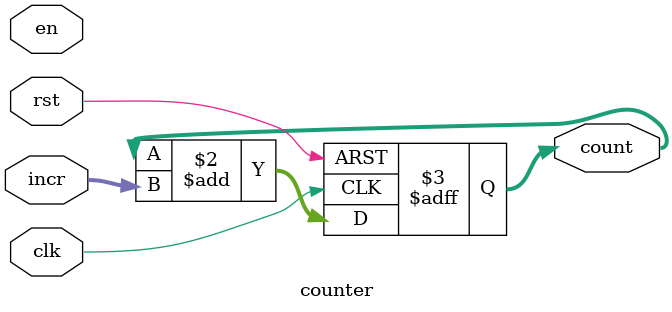
<source format=sv>
module counter #(
    parameter WIDTH = 8
)(
    //interface signals
    input  logic [WIDTH-1:0] incr,   //increment
    input  logic             clk,    //clock
    input  logic             rst,    //reset
    input  logic             en,     //counter enable
    output logic [WIDTH-1:0] count   //count output
);

always_ff @ (posedge clk, posedge rst)
    if (rst) count <= {WIDTH{1'b0}};
    else     count <= count + incr;

endmodule

</source>
